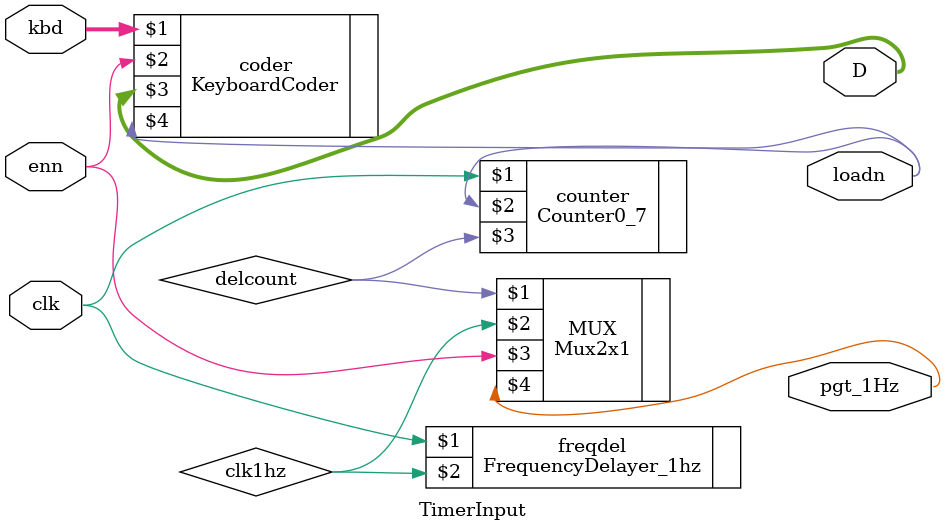
<source format=v>
`include "TimerInput/Counter0_7.v"
`include "TimerInput/FrequencyDelayer_1hz.v"
`include "TimerInput/KeyboardCoder.v"
`include "TimerInput/Mux2x1.v"

module TimerInput (
    input  wire [9:0] kbd,
    input  wire enn, clk,
    output wire [3:0] D,
    output wire loadn, pgt_1Hz
);
    wire clk1hz, delcount;

    KeyboardCoder coder(kbd, enn, D, loadn);
    FrequencyDelayer_1hz freqdel(clk, clk1hz);
    Counter0_7 counter(clk, loadn, delcount);
    Mux2x1 MUX(delcount, clk1hz, enn, pgt_1Hz);

endmodule
</source>
